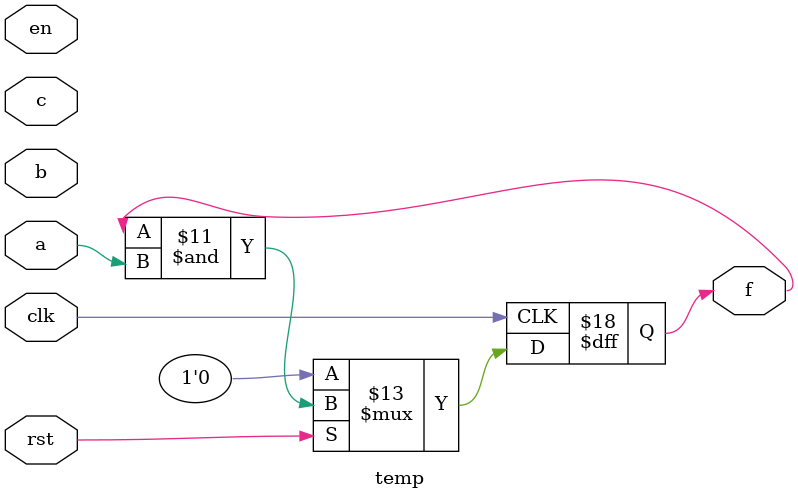
<source format=v>
module temp(clk,rst,en,a,b,c,f);
input a,b,c;
output reg f;
input clk,rst,en;
reg d;

always@(posedge clk)
begin
    if(!rst)
        d <= 0;
    else
        begin
            d <= ~b & ~c;
            d <= d + (a | c);
        end
end

always@(posedge clk)
begin
    if(!rst)
        f <= 0;
    else
        begin
            f <= d + 1;
            f <= f & a;
        end

end
endmodule

</source>
